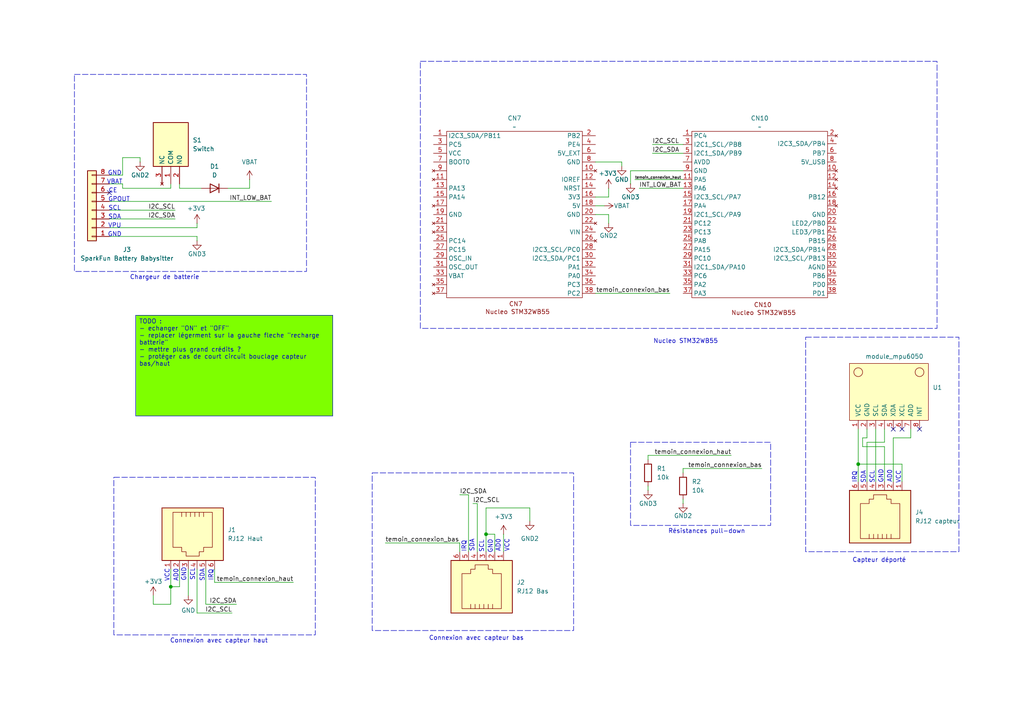
<source format=kicad_sch>
(kicad_sch (version 20250114) (generator "eeschema") (generator_version "9.0")
  (paper "A4")
  (title_block (title "PCBs Suivi de poste - Projet FAME") (company "IUT 1 - Université Grenoble Alpes") (comment 1 "Projet FAME") (comment 2 "Assistant ingénieur Electronique et systèmes embarqués") (comment 3 "DUPUIS-DABAJI Lounès"))
  (lib_symbols
    (symbol "09_03201_02:SIP"
      (property "Reference" "S" (at 19.05 7.62 0))
      (property "Value" "SIP" (at 19.05 5.08 0))
      (symbol "SIP_1_1"
        (rectangle (start 5.08 2.54) (end 17.78 -7.62) (stroke (width 0.254)) (fill (type background)))
        (pin no_connect line (at 0 0 0) (length 5.08) (name "NC") (number "3"))
        (pin passive line (at 0 -2.54 0) (length 5.08) (name "COM") (number "1"))
        (pin passive line (at 0 -5.08 0) (length 5.08) (name "NO") (number "2"))
      )
    )
    (symbol "Connector:RJ12" (pin_names (offset 1.016))
      (property "Reference" "J" (at -5.08 11.43 0))
      (property "Value" "RJ12" (at 2.54 11.43 0))
      (symbol "RJ12_0_1"
        (polyline (pts (xy -6.35 3.175) (xy -5.08 3.175) (xy -5.08 3.175)))
        (polyline (pts (xy -6.35 1.905) (xy -5.08 1.905) (xy -5.08 1.905)))
        (polyline (pts (xy -6.35 0.635) (xy -5.08 0.635) (xy -5.08 0.635)))
        (polyline (pts (xy -6.35 -0.635) (xy -5.08 -0.635) (xy -5.08 -0.635)))
        (polyline (pts (xy -6.35 -1.905) (xy -5.08 -1.905) (xy -5.08 -1.905)))
        (polyline (pts (xy -6.35 -4.445) (xy -6.35 6.985) (xy 3.81 6.985) (xy 3.81 4.445) (xy 5.08 4.445) (xy 5.08 3.175) (xy 6.35 3.175) (xy 6.35 -0.635) (xy 5.08 -0.635) (xy 5.08 -1.905) (xy 3.81 -1.905) (xy 3.81 -4.445) (xy -6.35 -4.445) (xy -6.35 -4.445)))
        (polyline (pts (xy -5.08 4.445) (xy -6.35 4.445) (xy -6.35 4.445)))
        (rectangle (start 7.62 10.16) (end -7.62 -7.62) (stroke (width 0.254)) (fill (type background)))
      )
      (symbol "RJ12_1_1"
        (pin passive line (at 10.16 7.62 180) (length 2.54) (name "~") (number "6"))
        (pin passive line (at 10.16 5.08 180) (length 2.54) (name "~") (number "5"))
        (pin passive line (at 10.16 2.54 180) (length 2.54) (name "~") (number "4"))
        (pin passive line (at 10.16 0 180) (length 2.54) (name "~") (number "3"))
        (pin passive line (at 10.16 -2.54 180) (length 2.54) (name "~") (number "2"))
        (pin passive line (at 10.16 -5.08 180) (length 2.54) (name "~") (number "1"))
      )
    )
    (symbol "Connector_Generic:Conn_01x08" (pin_names (offset 1.016) (hide yes))
      (property "Reference" "J3" (at 0 -16.51 0))
      (property "Value" "SparkFun Battery Babysitter" (at 0 -13.97 0))
      (symbol "Conn_01x08_1_1"
        (rectangle (start -1.27 8.89) (end 1.27 -11.43) (stroke (width 0.254)) (fill (type background)))
        (rectangle (start -1.27 7.747) (end 0 7.493) (stroke (width 0.1524)))
        (rectangle (start -1.27 5.207) (end 0 4.953) (stroke (width 0.1524)))
        (rectangle (start -1.27 2.667) (end 0 2.413) (stroke (width 0.1524)))
        (rectangle (start -1.27 0.127) (end 0 -0.127) (stroke (width 0.1524)))
        (rectangle (start -1.27 -2.413) (end 0 -2.667) (stroke (width 0.1524)))
        (rectangle (start -1.27 -4.953) (end 0 -5.207) (stroke (width 0.1524)))
        (rectangle (start -1.27 -7.493) (end 0 -7.747) (stroke (width 0.1524)))
        (rectangle (start -1.27 -10.033) (end 0 -10.287) (stroke (width 0.1524)))
        (pin passive line (at -5.08 7.62 0) (length 3.81) (name "Pin_1") (number "1"))
        (pin passive line (at -5.08 5.08 0) (length 3.81) (name "Pin_2") (number "2"))
        (pin passive line (at -5.08 2.54 0) (length 3.81) (name "Pin_3") (number "3"))
        (pin passive line (at -5.08 0 0) (length 3.81) (name "Pin_4") (number "4"))
        (pin passive line (at -5.08 -2.54 0) (length 3.81) (name "Pin_5") (number "5"))
        (pin passive line (at -5.08 -5.08 0) (length 3.81) (name "Pin_6") (number "6"))
        (pin output line (at -5.08 -7.62 0) (length 3.81) (name "Pin_7") (number "7"))
        (pin passive line (at -5.08 -10.16 0) (length 3.81) (name "Pin_8") (number "8"))
      )
    )
    (symbol "Device:D" (pin_numbers (hide yes)) (pin_names (offset 1.016) (hide yes))
      (property "Reference" "D" (at 0 2.54 0))
      (property "Value" "D" (at 0 -2.54 0))
      (symbol "D_0_1"
        (polyline (pts (xy -1.27 1.27) (xy -1.27 -1.27)) (stroke (width 0.254)))
        (polyline (pts (xy 1.27 1.27) (xy 1.27 -1.27) (xy -1.27 0) (xy 1.27 1.27)) (stroke (width 0.254)))
        (polyline (pts (xy 1.27 0) (xy -1.27 0)))
      )
      (symbol "D_1_1"
        (pin passive line (at -3.81 0 0) (length 2.54) (name "K") (number "1"))
        (pin passive line (at 3.81 0 180) (length 2.54) (name "A") (number "2"))
      )
    )
    (symbol "Device:R" (pin_numbers (hide yes)) (pin_names (offset 0))
      (property "Reference" "R" (at 2.032 0 90))
      (property "Value" "R" (at 0 0 90))
      (symbol "R_0_1"
        (rectangle (start -1.016 -2.54) (end 1.016 2.54) (stroke (width 0.254)))
      )
      (symbol "R_1_1"
        (pin passive line (at 0 3.81 270) (length 1.27) (name "~") (number "1"))
        (pin passive line (at 0 -3.81 90) (length 1.27) (name "~") (number "2"))
      )
    )
    (symbol "nucleo_STM32:Nucleo_STM32WB_CN10"
      (property "Reference" "U" (at -0.254 -3.81 0))
      (symbol "Nucleo_STM32WB_CN10_0_1"
        (rectangle (start -20.32 21.59) (end 19.05 -26.67))
      )
      (symbol "Nucleo_STM32WB_CN10_1_1"
        (text "CN10" (at 0.254 -28.702 0) (effects (font (size 1.27 1.27))))
        (text "Nucleo STM32WB55" (at 0.508 -30.988 0) (effects (font (size 1.27 1.27))))
        (pin bidirectional line (at -22.86 20.32 0) (length 2.54) (name "PC4") (number "1"))
        (pin bidirectional line (at -22.86 17.78 0) (length 2.54) (name "I2C1_SCL/PB8") (number "3"))
        (pin bidirectional line (at -22.86 15.24 0) (length 2.54) (name "I2C1_SDA/PB9") (number "5"))
        (pin bidirectional line (at -22.86 12.7 0) (length 2.54) (name "AVDD") (number "7"))
        (pin bidirectional line (at -22.86 10.16 0) (length 2.54) (name "GND") (number "9"))
        (pin bidirectional line (at -22.86 7.62 0) (length 2.54) (name "PA5") (number "11"))
        (pin bidirectional line (at -22.86 5.08 0) (length 2.54) (name "PA6") (number "13"))
        (pin bidirectional line (at -22.86 2.54 0) (length 2.54) (name "I2C3_SCL/PA7") (number "15"))
        (pin bidirectional line (at -22.86 0 0) (length 2.54) (name "PA4") (number "17"))
        (pin bidirectional line (at -22.86 -2.54 0) (length 2.54) (name "I2C1_SCL/PA9") (number "19"))
        (pin bidirectional line (at -22.86 -5.08 0) (length 2.54) (name "PC12") (number "21"))
        (pin bidirectional line (at -22.86 -7.62 0) (length 2.54) (name "PC13") (number "23"))
        (pin bidirectional line (at -22.86 -10.16 0) (length 2.54) (name "PA8") (number "25"))
        (pin bidirectional line (at -22.86 -12.7 0) (length 2.54) (name "PA15") (number "27"))
        (pin bidirectional line (at -22.86 -15.24 0) (length 2.54) (name "PC10") (number "29"))
        (pin bidirectional line (at -22.86 -17.78 0) (length 2.54) (name "I2C1_SDA/PA10") (number "31"))
        (pin bidirectional line (at -22.86 -20.32 0) (length 2.54) (name "PC6") (number "33"))
        (pin bidirectional line (at -22.86 -22.86 0) (length 2.54) (name "PA2") (number "35"))
        (pin bidirectional line (at -22.86 -25.4 0) (length 2.54) (name "PA3") (number "37"))
        (pin no_connect line (at 21.59 20.32 180) (length 2.54) (name "") (number "2"))
        (pin bidirectional line (at 21.59 15.24 180) (length 2.54) (name "PB7") (number "6"))
        (pin bidirectional line (at 21.59 12.7 180) (length 2.54) (name "5V_USB") (number "8"))
        (pin no_connect line (at 21.59 10.16 180) (length 2.54) (name "") (number "10"))
        (pin no_connect line (at 21.59 7.62 180) (length 2.54) (name "") (number "12"))
        (pin no_connect line (at 21.59 5.08 180) (length 2.54) (name "") (number "14"))
        (pin bidirectional line (at 21.59 2.54 180) (length 2.54) (name "PB12") (number "16"))
        (pin no_connect line (at 21.59 0 180) (length 2.54) (name "") (number "18"))
        (pin bidirectional line (at 21.59 -2.54 180) (length 2.54) (name "GND") (number "20"))
        (pin bidirectional line (at 21.59 -5.08 180) (length 2.54) (name "LED2/PB0") (number "22"))
        (pin bidirectional line (at 21.59 -7.62 180) (length 2.54) (name "LED3/PB1") (number "24"))
        (pin bidirectional line (at 21.59 -10.16 180) (length 2.54) (name "PB15") (number "26"))
        (pin bidirectional line (at 21.59 -12.7 180) (length 2.54) (name "I2C3_SDA/PB14") (number "28"))
        (pin bidirectional line (at 21.59 -15.24 180) (length 2.54) (name "I2C3_SCL/PB13") (number "30"))
        (pin bidirectional line (at 21.59 -17.78 180) (length 2.54) (name "AGND") (number "32"))
        (pin bidirectional line (at 21.59 -20.32 180) (length 2.54) (name "PB6") (number "34"))
        (pin bidirectional line (at 21.59 -22.86 180) (length 2.54) (name "PD0") (number "36"))
        (pin bidirectional line (at 21.59 -25.4 180) (length 2.54) (name "PD1") (number "38"))
        (pin bidirectional line (at 21.6093 18.0146 180) (length 2.54) (name "I2C3_SDA/PB4") (number "4"))
      )
    )
    (symbol "nucleo_STM32:Nucleo_STM32WB_CN7"
      (property "Reference" "U" (at -11.43 0.254 0))
      (symbol "Nucleo_STM32WB_CN7_0_1"
        (rectangle (start -20.32 22.86) (end 19.05 -25.4))
      )
      (symbol "Nucleo_STM32WB_CN7_1_1"
        (text "CN7" (at -0.254 -27.178 0) (effects (font (size 1.27 1.27))))
        (text "Nucleo STM32WB55" (at 0.254 -29.464 0) (effects (font (size 1.27 1.27))))
        (pin passive line (at -24.13 21.59 0) (length 3.81) (name "I2C3_SDA/PB11") (number "1"))
        (pin passive line (at -24.13 19.05 0) (length 3.81) (name "PC5") (number "3"))
        (pin passive line (at -24.13 16.51 0) (length 3.81) (name "VCC") (number "5"))
        (pin passive line (at -24.13 13.97 0) (length 3.81) (name "BOOT0") (number "7"))
        (pin no_connect line (at -24.13 11.43 0) (length 3.81) (name "") (number "9"))
        (pin no_connect line (at -24.13 8.89 0) (length 3.81) (name "") (number "11"))
        (pin passive line (at -24.13 6.35 0) (length 3.81) (name "PA13") (number "13"))
        (pin passive line (at -24.13 3.81 0) (length 3.81) (name "PA14") (number "15"))
        (pin no_connect line (at -24.13 1.27 0) (length 3.81) (name "") (number "17"))
        (pin passive line (at -24.13 -1.27 0) (length 3.81) (name "GND") (number "19"))
        (pin no_connect line (at -24.13 -3.81 0) (length 3.81) (name "") (number "21"))
        (pin no_connect line (at -24.13 -6.35 0) (length 3.81) (name "") (number "23"))
        (pin passive line (at -24.13 -8.89 0) (length 3.81) (name "PC14") (number "25"))
        (pin passive line (at -24.13 -11.43 0) (length 3.81) (name "PC15") (number "27"))
        (pin passive line (at -24.13 -13.97 0) (length 3.81) (name "OSC_IN") (number "29"))
        (pin passive line (at -24.13 -16.51 0) (length 3.81) (name "OSC_OUT") (number "31"))
        (pin passive line (at -24.13 -19.05 0) (length 3.81) (name "VBAT") (number "33"))
        (pin no_connect line (at -24.13 -21.59 0) (length 3.81) (name "") (number "35"))
        (pin no_connect line (at -24.13 -24.13 0) (length 3.81) (name "") (number "37"))
        (pin passive line (at 22.86 21.59 180) (length 3.81) (name "PB2") (number "2"))
        (pin passive line (at 22.86 19.05 180) (length 3.81) (name "PE4") (number "4"))
        (pin passive line (at 22.86 16.51 180) (length 3.81) (name "5V_EXT") (number "6"))
        (pin passive line (at 22.86 13.97 180) (length 3.81) (name "GND") (number "8"))
        (pin no_connect line (at 22.86 11.43 180) (length 3.81) (name "") (number "10"))
        (pin passive line (at 22.86 8.89 180) (length 3.81) (name "IOREF") (number "12"))
        (pin passive line (at 22.86 6.35 180) (length 3.81) (name "NRST") (number "14"))
        (pin passive line (at 22.86 3.81 180) (length 3.81) (name "3V3") (number "16"))
        (pin passive line (at 22.86 1.27 180) (length 3.81) (name "5V") (number "18"))
        (pin passive line (at 22.86 -1.27 180) (length 3.81) (name "GND") (number "20"))
        (pin no_connect line (at 22.86 -3.81 180) (length 3.81) (name "") (number "22"))
        (pin passive line (at 22.86 -6.35 180) (length 3.81) (name "VIN") (number "24"))
        (pin no_connect line (at 22.86 -8.89 180) (length 3.81) (name "") (number "26"))
        (pin passive line (at 22.86 -11.43 180) (length 3.81) (name "I2C3_SCL/PC0") (number "28"))
        (pin passive line (at 22.86 -13.97 180) (length 3.81) (name "I2C3_SDA/PC1") (number "30"))
        (pin passive line (at 22.86 -16.51 180) (length 3.81) (name "PA1") (number "32"))
        (pin passive line (at 22.86 -19.05 180) (length 3.81) (name "PA0") (number "34"))
        (pin passive line (at 22.86 -21.59 180) (length 3.81) (name "PC3") (number "36"))
        (pin passive line (at 22.86 -24.13 180) (length 3.81) (name "PC2") (number "38"))
      )
    )
    (symbol "power:+3V3" (power) (pin_numbers (hide yes)) (pin_names (offset 0) (hide yes))
      (property "Value" "+3V3" (at 0 3.556 0))
      (symbol "+3V3_0_1"
        (polyline (pts (xy -0.762 1.27) (xy 0 2.54)))
        (polyline (pts (xy 0 2.54) (xy 0.762 1.27)))
        (polyline (pts (xy 0 0) (xy 0 2.54)))
      )
      (symbol "+3V3_1_1"
        (pin power_in line (at 0 0 90) (length 0) (name "~") (number "1"))
      )
    )
    (symbol "power:GND" (power) (pin_numbers (hide yes)) (pin_names (offset 0) (hide yes))
      (property "Value" "GND" (at 0 -3.81 0))
      (symbol "GND_0_1"
        (polyline (pts (xy 0 0) (xy 0 -1.27) (xy 1.27 -1.27) (xy 0 -2.54) (xy -1.27 -1.27) (xy 0 -1.27)))
      )
      (symbol "GND_1_1"
        (pin power_in line (at 0 0 270) (length 0) (name "~") (number "1"))
      )
    )
    (symbol "usini_sensors:module_mpu6050" (pin_names (offset 1.016))
      (property "Reference" "U" (at 2.54 21.59 0))
      (property "Value" "module_mpu6050" (at 11.43 -3.81 0))
      (symbol "module_mpu6050_0_1"
        (rectangle (start 2.54 20.32) (end 19.05 -2.54) (fill (type background)))
        (circle (center 16.51 17.78) (radius 1.27))
        (circle (center 16.51 0) (radius 1.27))
      )
      (symbol "module_mpu6050_1_1"
        (pin input line (at 0 17.78 0) (length 2.54) (name "VCC") (number "1"))
        (pin input line (at 0 15.24 0) (length 2.54) (name "GND") (number "2"))
        (pin input line (at 0 12.7 0) (length 2.54) (name "SCL") (number "3"))
        (pin input line (at 0 10.16 0) (length 2.54) (name "SDA") (number "4"))
        (pin input line (at 0 7.62 0) (length 2.54) (name "XDA") (number "5"))
        (pin input line (at 0 5.08 0) (length 2.54) (name "XCL") (number "6"))
        (pin input line (at 0 2.54 0) (length 2.54) (name "ADD") (number "7"))
        (pin input line (at 0 0 0) (length 2.54) (name "INT") (number "8"))
      )
    )
  )
  (rectangle (start 107.95 137.16) (end 166.37 182.88) (stroke (width 0) (type dash)))
  (rectangle (start 21.59 21.59) (end 88.9 78.74) (stroke (width 0) (type dash)))
  (rectangle (start 121.92 17.78) (end 271.78 95.25) (stroke (width 0) (type dash)))
  (rectangle (start 182.88 128.27) (end 223.52 152.4) (stroke (width 0) (type dash)))
  (rectangle (start 233.68 97.79) (end 278.13 160.02) (stroke (width 0) (type dash)))
  (rectangle (start 33.02 138.43) (end 91.44 184.15) (stroke (width 0) (type dash)))
  (text "IRQ" (at 61.214 166.878 90) (effects (font (size 1.27 1.27))))
  (text "Chargeur de batterie" (at 47.752 80.518 0) (effects (font (size 1.27 1.27))))
  (text "SDA" (at 136.906 158.242 90) (effects (font (size 1.27 1.27))))
  (text "VPU" (at 33.274 65.532 0) (effects (font (size 1.27 1.27))))
  (text "Connexion avec capteur haut" (at 63.5 185.928 0) (effects (font (size 1.27 1.27))))
  (text "SDA" (at 33.274 62.992 0) (effects (font (size 1.27 1.27))))
  (text "VCC" (at 147.066 158.242 90) (effects (font (size 1.27 1.27))))
  (text "SCL" (at 139.7 158.496 90) (effects (font (size 1.27 1.27))))
  (text "GND" (at 53.34 166.624 90) (effects (font (size 1.27 1.27))))
  (text "GND" (at 142.24 158.496 90) (effects (font (size 1.27 1.27))))
  (text "AD0" (at 51.054 166.878 90) (effects (font (size 1.27 1.27))))
  (text "SDA" (at 250.444 138.43 90) (effects (font (size 1.27 1.27))))
  (text "GND" (at 255.524 138.176 90) (effects (font (size 1.27 1.27))))
  (text "GND" (at 33.274 50.292 0) (effects (font (size 1.27 1.27))))
  (text "VBAT" (at 33.274 52.832 0) (effects (font (size 1.27 1.27))))
  (text "Nucleo STM32WB55" (at 198.882 99.06 0) (effects (font (size 1.27 1.27))))
  (text "Résistances pull-down" (at 204.978 154.178 0) (effects (font (size 1.27 1.27))))
  (text "IRQ" (at 134.62 158.496 90) (effects (font (size 1.27 1.27))))
  (text "GPOUT" (at 34.544 57.912 0) (effects (font (size 1.27 1.27))))
  (text "IRQ" (at 247.904 138.43 90) (effects (font (size 1.27 1.27))))
  (text "GND" (at 33.274 68.072 0) (effects (font (size 1.27 1.27))))
  (text "SDA" (at 58.674 166.878 90) (effects (font (size 1.27 1.27))))
  (text "AD0" (at 258.064 138.176 90) (effects (font (size 1.27 1.27))))
  (text "SCL" (at 55.88 166.624 90) (effects (font (size 1.27 1.27))))
  (text "VCC" (at 260.604 138.43 90) (effects (font (size 1.27 1.27))))
  (text "SCL" (at 252.984 138.43 90) (effects (font (size 1.27 1.27))))
  (text "Capteur déporté" (at 255.016 162.56 0) (effects (font (size 1.27 1.27))))
  (text "SCL" (at 33.274 60.452 0) (effects (font (size 1.27 1.27))))
  (text "Connexion avec capteur bas" (at 138.176 185.166 0) (effects (font (size 1.27 1.27))))
  (text "VCC" (at 48.514 166.878 90) (effects (font (size 1.27 1.27))))
  (text "CE" (at 32.766 55.372 0) (effects (font (size 1.27 1.27))))
  (text "AD0" (at 144.526 158.242 90) (effects (font (size 1.27 1.27))))
  (text_box "TODO :\n- echanger \"ON\" et \"OFF\"\n- replacer légerment sur la gauche fleche \"recharge batterie\"\n- mettre plus grand crédits ?\n- protéger cas de court circuit bouclage capteur bas/haut" (at 39.37 91.44 0) (size 57.15 29.21) (margins 0.9525 0.9525 0.9525 0.9525) (fill (type color) (color 126 255 0 1)) (effects (font (size 1.27 1.27)) (justify left top)))
  (junction (at 248.92 134.62))
  (junction (at 140.97 154.94))
  (junction (at 49.53 170.18))
  (no_connect (at 31.75 55.88))
  (no_connect (at 261.62 124.46))
  (no_connect (at 259.08 124.46))
  (no_connect (at 266.7 124.46))
  (wire (pts (xy 135.89 143.51) (xy 133.35 143.51)))
  (wire (pts (xy 138.43 160.02) (xy 138.43 146.05)))
  (wire (pts (xy 57.15 177.8) (xy 57.15 165.1)))
  (wire (pts (xy 140.97 147.32) (xy 140.97 154.94)))
  (wire (pts (xy 49.53 54.61) (xy 49.53 53.34)))
  (wire (pts (xy 198.12 144.78) (xy 198.12 146.05)))
  (wire (pts (xy 40.64 45.72) (xy 40.64 46.99)))
  (wire (pts (xy 57.15 64.77) (xy 57.15 66.04)))
  (wire (pts (xy 138.43 146.05) (xy 137.16 146.05)))
  (wire (pts (xy 264.16 127) (xy 264.16 124.46)))
  (wire (pts (xy 261.62 134.62) (xy 261.62 139.7)))
  (wire (pts (xy 198.12 135.89) (xy 220.98 135.89)))
  (wire (pts (xy 62.23 168.91) (xy 62.23 165.1)))
  (wire (pts (xy 140.97 154.94) (xy 140.97 160.02)))
  (wire (pts (xy 62.23 168.91) (xy 85.09 168.91)))
  (wire (pts (xy 31.75 60.96) (xy 50.8 60.96)))
  (wire (pts (xy 251.46 127) (xy 251.46 124.46)))
  (wire (pts (xy 31.75 50.8) (xy 35.56 50.8)))
  (wire (pts (xy 251.46 139.7) (xy 251.46 128.27)))
  (wire (pts (xy 259.08 127) (xy 264.16 127)))
  (wire (pts (xy 176.53 57.15) (xy 172.72 57.15)))
  (wire (pts (xy 172.72 85.09) (xy 194.31 85.09)))
  (wire (pts (xy 35.56 54.61) (xy 49.53 54.61)))
  (wire (pts (xy 187.96 132.08) (xy 212.09 132.08)))
  (wire (pts (xy 176.53 62.23) (xy 176.53 64.77)))
  (wire (pts (xy 52.07 54.61) (xy 58.42 54.61)))
  (wire (pts (xy 251.46 128.27) (xy 256.54 128.27)))
  (wire (pts (xy 49.53 175.26) (xy 49.53 170.18)))
  (wire (pts (xy 256.54 129.54) (xy 250.19 129.54)))
  (wire (pts (xy 44.45 175.26) (xy 44.45 172.72)))
  (wire (pts (xy 182.88 49.53) (xy 198.12 49.53)))
  (wire (pts (xy 184.15 52.07) (xy 198.12 52.07)))
  (wire (pts (xy 248.92 134.62) (xy 261.62 134.62)))
  (wire (pts (xy 256.54 128.27) (xy 256.54 124.46)))
  (wire (pts (xy 66.04 54.61) (xy 72.39 54.61)))
  (wire (pts (xy 67.31 177.8) (xy 57.15 177.8)))
  (wire (pts (xy 248.92 139.7) (xy 248.92 134.62)))
  (wire (pts (xy 153.67 151.13) (xy 153.67 147.32)))
  (wire (pts (xy 57.15 66.04) (xy 31.75 66.04)))
  (wire (pts (xy 35.56 53.34) (xy 31.75 53.34)))
  (wire (pts (xy 143.51 154.94) (xy 140.97 154.94)))
  (wire (pts (xy 57.15 68.58) (xy 31.75 68.58)))
  (wire (pts (xy 172.72 46.99) (xy 180.34 46.99)))
  (wire (pts (xy 59.69 165.1) (xy 59.69 175.26)))
  (wire (pts (xy 52.07 165.1) (xy 52.07 170.18)))
  (wire (pts (xy 35.56 54.61) (xy 35.56 53.34)))
  (wire (pts (xy 111.76 157.48) (xy 133.35 157.48)))
  (wire (pts (xy 187.96 140.97) (xy 187.96 142.24)))
  (wire (pts (xy 176.53 62.23) (xy 172.72 62.23)))
  (wire (pts (xy 185.42 54.61) (xy 198.12 54.61)))
  (wire (pts (xy 180.34 48.26) (xy 180.34 46.99)))
  (wire (pts (xy 31.75 63.5) (xy 50.8 63.5)))
  (wire (pts (xy 153.67 147.32) (xy 140.97 147.32)))
  (wire (pts (xy 52.07 53.34) (xy 52.07 54.61)))
  (wire (pts (xy 57.15 69.85) (xy 57.15 68.58)))
  (wire (pts (xy 198.12 135.89) (xy 198.12 137.16)))
  (wire (pts (xy 133.35 157.48) (xy 133.35 160.02)))
  (wire (pts (xy 52.07 170.18) (xy 49.53 170.18)))
  (wire (pts (xy 176.53 54.61) (xy 176.53 57.15)))
  (wire (pts (xy 35.56 45.72) (xy 40.64 45.72)))
  (wire (pts (xy 49.53 170.18) (xy 49.53 165.1)))
  (wire (pts (xy 172.72 59.69) (xy 175.26 59.69)))
  (wire (pts (xy 254 124.46) (xy 254 139.7)))
  (wire (pts (xy 135.89 143.51) (xy 135.89 160.02)))
  (wire (pts (xy 59.69 175.26) (xy 68.58 175.26)))
  (wire (pts (xy 250.19 129.54) (xy 250.19 127)))
  (wire (pts (xy 189.23 44.45) (xy 198.12 44.45)))
  (wire (pts (xy 248.92 124.46) (xy 248.92 134.62)))
  (wire (pts (xy 143.51 160.02) (xy 143.51 154.94)))
  (wire (pts (xy 256.54 139.7) (xy 256.54 129.54)))
  (wire (pts (xy 146.05 154.94) (xy 146.05 160.02)))
  (wire (pts (xy 54.61 165.1) (xy 54.61 172.72)))
  (wire (pts (xy 44.45 175.26) (xy 49.53 175.26)))
  (wire (pts (xy 182.88 53.34) (xy 182.88 49.53)))
  (wire (pts (xy 250.19 127) (xy 251.46 127)))
  (wire (pts (xy 187.96 132.08) (xy 187.96 133.35)))
  (wire (pts (xy 35.56 50.8) (xy 35.56 45.72)))
  (wire (pts (xy 72.39 52.07) (xy 72.39 54.61)))
  (wire (pts (xy 31.75 58.42) (xy 78.74 58.42)))
  (wire (pts (xy 189.23 41.91) (xy 198.12 41.91)))
  (wire (pts (xy 259.08 139.7) (xy 259.08 127)))
  (label "INT_LOW_BAT" (at 78.74 58.42 180))
  (label "I2C_SDA" (at 189.23 44.45 0))
  (label "I2C_SCL" (at 137.16 146.05 0))
  (label "I2C_SCL" (at 189.23 41.91 0))
  (label "I2C_SCL" (at 50.8 60.96 180))
  (label "temoin_connexion_bas" (at 220.98 135.89 180))
  (label "I2C_SCL" (at 67.31 177.8 180))
  (label "INT_LOW_BAT" (at 185.42 54.61 0))
  (label "temoin_connexion_bas" (at 111.76 157.48 0))
  (label "I2C_SDA" (at 50.8 63.5 180))
  (label "I2C_SDA" (at 68.58 175.26 180))
  (label "temoin_connexion_bas" (at 194.31 85.09 180))
  (label "temoin_connexion_haut" (at 212.09 132.08 180))
  (label "I2C_SDA" (at 133.35 143.51 0))
  (label "temoin_connexion_haut" (at 85.09 168.91 180))
  (label "temoin_connexion_haut" (at 184.15 52.07 0) (effects (font (size 0.762 0.762))))
  (symbol (lib_id "nucleo_STM32:Nucleo_STM32WB_CN7") (at 149.86 60.96 0) (unit 1)
    (property "Reference" "CN7" (at 149.225 34.29 0))
    (property "Value" "~" (at 149.225 36.83 0))
    (property "Footprint" "Module:Nucleo_STM32WB_CN7" (effects (hide yes)))
  )
  (symbol (lib_id "power:GND") (at 57.15 69.85 0) (unit 1)
    (property "Reference" "#PWR011" (effects (hide yes)))
    (property "Value" "GND3" (at 57.15 73.66 0))
    (property "Description" "Power symbol creates a global label with name \"GND\" , ground" (effects (hide yes)))
  )
  (symbol (lib_id "nucleo_STM32:Nucleo_STM32WB_CN10") (at 220.98 59.69 0) (unit 1)
    (property "Reference" "CN10" (at 220.3546 34.29 0))
    (property "Value" "~" (at 220.3546 36.83 0))
    (property "Footprint" "Module:Nucleo_STM32WB_CN10" (effects (hide yes)))
  )
  (symbol (lib_id "power:+3V3") (at 44.45 172.72 0) (unit 1)
    (property "Reference" "#PWR01" (effects (hide yes)))
    (property "Value" "+3V3" (at 44.45 168.656 0))
    (property "Description" "Power symbol creates a global label with name \"+3V3\"" (effects (hide yes)))
  )
  (symbol (lib_id "Connector_Generic:Conn_01x08") (at 26.67 60.96 180) (unit 1)
    (property "Reference" "J3" (at 36.83 72.39 0))
    (property "Value" "SparkFun Battery Babysitter" (at 36.83 74.93 0))
    (property "Footprint" "sparkfun:babybattery" (effects (hide yes)))
    (property "Description" "Generic connector, single row, 01x08, script generated (kicad-library-utils/schlib/autogen/connector/)" (effects (hide yes)))
  )
  (symbol (lib_id "power:+3V3") (at 176.53 54.61 0) (unit 1)
    (property "Reference" "#PWR07" (effects (hide yes)))
    (property "Value" "+3V3" (at 176.276 50.292 0))
    (property "Description" "Power symbol creates a global label with name \"+3V3\"" (effects (hide yes)))
  )
  (symbol (lib_id "power:+3V3") (at 72.39 52.07 0) (unit 1)
    (property "Reference" "#PWR06" (effects (hide yes)))
    (property "Value" "VBAT" (at 72.39 46.99 0))
    (property "Description" "Power symbol creates a global label with name \"+3V3\"" (effects (hide yes)))
  )
  (symbol (lib_id "power:GND") (at 198.12 146.05 0) (unit 1)
    (property "Reference" "#PWR015" (effects (hide yes)))
    (property "Value" "GND2" (at 198.12 149.606 0))
    (property "Description" "Power symbol creates a global label with name \"GND\" , ground" (effects (hide yes)))
  )
  (symbol (lib_id "power:GND") (at 176.53 64.77 0) (unit 1)
    (property "Reference" "#PWR09" (effects (hide yes)))
    (property "Value" "GND2" (at 176.53 68.326 0))
    (property "Description" "Power symbol creates a global label with name \"GND\" , ground" (effects (hide yes)))
  )
  (symbol (lib_id "power:GND") (at 40.64 46.99 0) (unit 1)
    (property "Reference" "#PWR05" (effects (hide yes)))
    (property "Value" "GND2" (at 40.64 50.8 0))
    (property "Description" "Power symbol creates a global label with name \"GND\" , ground" (effects (hide yes)))
  )
  (symbol (lib_id "power:+3V3") (at 57.15 64.77 0) (unit 1)
    (property "Reference" "#PWR010" (effects (hide yes)))
    (property "Value" "+3V3" (at 56.896 60.452 0))
    (property "Description" "Power symbol creates a global label with name \"+3V3\"" (effects (hide yes)))
  )
  (symbol (lib_id "power:+3V3") (at 146.05 154.94 0) (unit 1)
    (property "Reference" "#PWR03" (effects (hide yes)))
    (property "Value" "+3V3" (at 146.05 149.86 0))
    (property "Description" "Power symbol creates a global label with name \"+3V3\"" (effects (hide yes)))
  )
  (symbol (lib_id "power:GND") (at 180.34 48.26 0) (unit 1)
    (property "Reference" "#PWR08" (effects (hide yes)))
    (property "Value" "GND" (at 180.34 52.07 0))
    (property "Description" "Power symbol creates a global label with name \"GND\" , ground" (effects (hide yes)))
  )
  (symbol (lib_id "power:GND") (at 182.88 53.34 0) (unit 1)
    (property "Reference" "#PWR013" (effects (hide yes)))
    (property "Value" "GND3" (at 182.88 57.15 0))
    (property "Description" "Power symbol creates a global label with name \"GND\" , ground" (effects (hide yes)))
  )
  (symbol (lib_id "Device:R") (at 198.12 140.97 0) (unit 1)
    (property "Reference" "R2" (at 200.66 139.6999 0) (effects (justify left)))
    (property "Value" "10k" (at 200.66 142.2399 0) (effects (justify left)))
    (property "Footprint" "Capacitor_SMD:C_1206_3216Metric" (effects (hide yes)))
    (property "Description" "Resistor" (effects (hide yes)))
  )
  (symbol (lib_id "power:GND") (at 54.61 172.72 0) (unit 1)
    (property "Reference" "#PWR02" (effects (hide yes)))
    (property "Value" "GND" (at 54.61 177.038 0))
    (property "Description" "Power symbol creates a global label with name \"GND\" , ground" (effects (hide yes)))
  )
  (symbol (lib_id "power:+3V3") (at 175.26 59.69 270) (unit 1)
    (property "Reference" "#PWR012" (effects (hide yes)))
    (property "Value" "VBAT" (at 180.34 59.69 90))
    (property "Description" "Power symbol creates a global label with name \"+3V3\"" (effects (hide yes)))
  )
  (symbol (lib_id "power:GND") (at 153.67 151.13 0) (unit 1)
    (property "Reference" "#PWR04" (effects (hide yes)))
    (property "Value" "GND2" (at 153.67 156.21 0))
    (property "Description" "Power symbol creates a global label with name \"GND\" , ground" (effects (hide yes)))
  )
  (symbol (lib_id "Connector:RJ12") (at 256.54 149.86 90) (unit 1)
    (property "Reference" "J4" (at 265.43 148.5899 90) (effects (justify right)))
    (property "Value" "RJ12 capteur" (at 265.43 151.1299 90) (effects (justify right)))
    (property "Footprint" "molex:95501-6669" (effects (hide yes)))
    (property "Description" "RJ connector, 6P6C (6 positions 6 connected)" (effects (hide yes)))
  )
  (symbol (lib_id "Connector:RJ12") (at 140.97 170.18 90) (unit 1)
    (property "Reference" "J2" (at 149.86 168.9099 90) (effects (justify right)))
    (property "Value" "RJ12 Bas" (at 149.86 171.4499 90) (effects (justify right)))
    (property "Footprint" "molex:95501-6669" (effects (hide yes)))
    (property "Description" "RJ connector, 6P6C (6 positions 6 connected)" (effects (hide yes)))
  )
  (symbol (lib_id "Device:D") (at 62.23 54.61 180) (unit 1)
    (property "Reference" "D1" (at 62.23 48.26 0))
    (property "Value" "D" (at 62.23 50.8 0))
    (property "Footprint" "IUT_Empreintes20211026:IUT_Capa_CMS_1206" (effects (hide yes)))
    (property "Description" "Diode" (effects (hide yes)))
    (property "Sim.Device" "D" (effects (hide yes)))
    (property "Sim.Pins" "1=K 2=A" (effects (hide yes)))
  )
  (symbol (lib_id "09_03201_02:SIP") (at 46.99 53.34 90) (unit 1)
    (property "Reference" "S1" (at 55.88 40.6399 90) (effects (justify right)))
    (property "Value" "Switch" (at 55.88 43.1799 90) (effects (justify right)))
    (property "Footprint" "IUT_Empreintes20211026:SIP" (effects (hide yes)))
    (property "Description" "Control Switches 1K2 ACT GOLD STRT MNT RED" (effects (hide yes)))
    (property "Height" "6.4" (effects (hide yes)))
    (property "Mouser Part Number" "123-09.03201.02" (effects (hide yes)))
    (property "Mouser Price/Stock" "https://www.mouser.co.uk/ProductDetail/EAO/09.03201.02?qs=2pKMaj72wiEMFKWD2waFXQ%3D%3D" (effects (hide yes)))
    (property "Manufacturer_Name" "EAO" (effects (hide yes)))
    (property "Manufacturer_Part_Number" "09.03201.02" (effects (hide yes)))
  )
  (symbol (lib_id "Device:R") (at 187.96 137.16 0) (unit 1)
    (property "Reference" "R1" (at 190.5 135.8899 0) (effects (justify left)))
    (property "Value" "10k" (at 190.5 138.4299 0) (effects (justify left)))
    (property "Footprint" "Capacitor_SMD:C_1206_3216Metric" (effects (hide yes)))
    (property "Description" "Resistor" (effects (hide yes)))
  )
  (symbol (lib_id "Connector:RJ12") (at 54.61 154.94 270) (unit 1)
    (property "Reference" "J1" (at 66.04 153.6699 90) (effects (justify left)))
    (property "Value" "RJ12 Haut" (at 66.04 156.2099 90) (effects (justify left)))
    (property "Footprint" "molex:95501-6669" (effects (hide yes)))
    (property "Description" "RJ connector, 6P6C (6 positions 6 connected)" (effects (hide yes)))
  )
  (symbol (lib_id "power:GND") (at 187.96 142.24 0) (unit 1)
    (property "Reference" "#PWR014" (effects (hide yes)))
    (property "Value" "GND3" (at 187.96 146.05 0))
    (property "Description" "Power symbol creates a global label with name \"GND\" , ground" (effects (hide yes)))
  )
  (symbol (lib_id "usini_sensors:module_mpu6050") (at 266.7 124.46 90) (unit 1)
    (property "Reference" "U1" (at 270.51 112.3949 90) (effects (justify right)))
    (property "Value" "module_mpu6050" (at 250.952 103.378 90) (effects (justify right)))
    (property "Footprint" "usini_sensors:module_mpu6050" (effects (hide yes)))
  )
)
</source>
